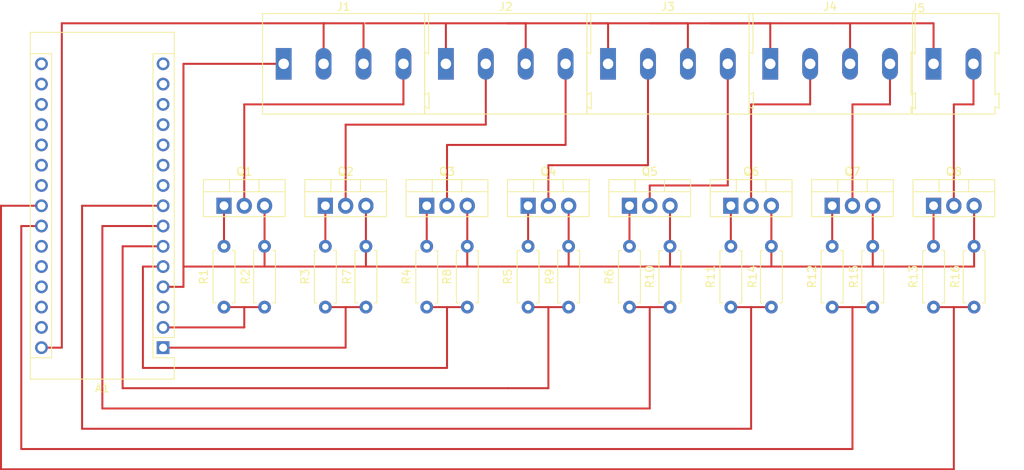
<source format=kicad_pcb>
(kicad_pcb (version 20211014) (generator pcbnew)
  (layers (0 "F.Cu" signal) (31 "B.Cu" signal) (34 "B.Paste" user) (35 "F.Paste" user) (36 "B.SilkS" user "B.Silkscreen") (37 "F.SilkS" user "F.Silkscreen") (38 "B.Mask" user) (39 "F.Mask" user) (44 "Edge.Cuts" user))
  (net 0 "")
  (net 1 "Net-(A1-Pad1)")
  (net 3 "GND")
  (net 4 "Net-(A1-Pad5)")
  (net 5 "Net-(A1-Pad6)")
  (net 6 "Net-(A1-Pad7)")
  (net 22 "Net-(A1-Pad30)")
  (net 23 "Net-(J1-Pad4)")
  (net 24 "Net-(J2-Pad2)")
  (net 25 "Net-(J2-Pad4)")
  (net 26 "Net-(J3-Pad2)")
  (net 27 "Net-(J3-Pad4)")
  (net 28 "Net-(J4-Pad2)")
  (net 29 "Net-(J4-Pad4)")
  (net 30 "Net-(J5-Pad2)")
  (net 31 "Net-(Q1-Pad1)")
  (net 32 "Net-(Q2-Pad1)")
  (net 33 "Net-(Q3-Pad1)")
  (net 34 "Net-(Q4-Pad1)")
  (net 35 "Net-(Q5-Pad1)")
  (net 36 "Net-(Q6-Pad1)")
  (net 37 "Net-(Q7-Pad1)")
  (net 38 "Net-(Q8-Pad1)")
  (net 39 "Net-(A1-Pad24)")
  (net 42 "Net-(A1-Pad2)")
  (net 43 "Net-(A1-Pad23)")
  (net 46 "Net-(A1-Pad8)")
  (footprint "Package_TO_SOT_THT:TO-220-3_Vertical" (layer "F.Cu") (at 193.04 60.96)
    (fp_text reference "Q6" (at 2.54 -4.27) (layer "F.SilkS"))
    (fp_text value "IRLZ34N")
    (fp_line (start 0.69 -3.27) (end 0.69 -1.76) (layer "F.SilkS") (width 0.12))
    (fp_line (start -2.58 -3.27) (end 7.66 -3.27) (layer "F.SilkS") (width 0.12))
    (fp_line (start 7.66 -3.27) (end 7.66 1.371) (layer "F.SilkS") (width 0.12))
    (fp_line (start 4.391 -3.27) (end 4.391 -1.76) (layer "F.SilkS") (width 0.12))
    (fp_line (start -2.58 -3.27) (end -2.58 1.371) (layer "F.SilkS") (width 0.12))
    (fp_line (start -2.58 -1.76) (end 7.66 -1.76) (layer "F.SilkS") (width 0.12))
    (fp_line (start -2.58 1.371) (end 7.66 1.371) (layer "F.SilkS") (width 0.12))
    (pad "1" thru_hole rect (at 0 0) (size 1.905 2) (drill 1.1) (layers *.Cu *.Mask) (net 36 "Net-(Q6-Pad1)"))
    (pad "2" thru_hole oval (at 2.54 0) (size 1.905 2) (drill 1.1) (layers *.Cu *.Mask) (net 28 "Net-(J4-Pad2)"))
    (pad "3" thru_hole oval (at 5.08 0) (size 1.905 2) (drill 1.1) (layers *.Cu *.Mask) (net 3 "GND"))
  )
  (footprint "Resistor_THT:R_Axial_DIN0207_L6.3mm_D2.5mm_P7.62mm_Horizontal" (layer "F.Cu") (at 185.42 73.66 90)
    (fp_text reference "R10" (at 3.81 -2.54 90) (layer "F.SilkS"))
    (fp_text value "100k")
    (fp_line (start 0.54 -1.04) (end 0.54 -1.37) (layer "F.SilkS") (width 0.12))
    (fp_line (start 7.08 1.37) (end 7.08 1.04) (layer "F.SilkS") (width 0.12))
    (fp_line (start 0.54 1.04) (end 0.54 1.37) (layer "F.SilkS") (width 0.12))
    (fp_line (start 0.54 1.37) (end 7.08 1.37) (layer "F.SilkS") (width 0.12))
    (fp_line (start 0.54 -1.37) (end 7.08 -1.37) (layer "F.SilkS") (width 0.12))
    (fp_line (start 7.08 -1.37) (end 7.08 -1.04) (layer "F.SilkS") (width 0.12))
    (pad "1" thru_hole circle (at 0 0 90) (size 1.6 1.6) (drill 0.8) (layers *.Cu *.Mask) (net 6 "Net-(A1-Pad7)"))
    (pad "2" thru_hole oval (at 7.62 0 90) (size 1.6 1.6) (drill 0.8) (layers *.Cu *.Mask) (net 3 "GND"))
  )
  (footprint "Package_TO_SOT_THT:TO-220-3_Vertical" (layer "F.Cu") (at 167.64 60.96)
    (fp_text reference "Q4" (at 2.54 -4.27) (layer "F.SilkS"))
    (fp_text value "IRLZ34N")
    (fp_line (start -2.58 -1.76) (end 7.66 -1.76) (layer "F.SilkS") (width 0.12))
    (fp_line (start -2.58 1.371) (end 7.66 1.371) (layer "F.SilkS") (width 0.12))
    (fp_line (start 4.391 -3.27) (end 4.391 -1.76) (layer "F.SilkS") (width 0.12))
    (fp_line (start -2.58 -3.27) (end 7.66 -3.27) (layer "F.SilkS") (width 0.12))
    (fp_line (start 0.69 -3.27) (end 0.69 -1.76) (layer "F.SilkS") (width 0.12))
    (fp_line (start -2.58 -3.27) (end -2.58 1.371) (layer "F.SilkS") (width 0.12))
    (fp_line (start 7.66 -3.27) (end 7.66 1.371) (layer "F.SilkS") (width 0.12))
    (pad "1" thru_hole rect (at 0 0) (size 1.905 2) (drill 1.1) (layers *.Cu *.Mask) (net 34 "Net-(Q4-Pad1)"))
    (pad "2" thru_hole oval (at 2.54 0) (size 1.905 2) (drill 1.1) (layers *.Cu *.Mask) (net 26 "Net-(J3-Pad2)"))
    (pad "3" thru_hole oval (at 5.08 0) (size 1.905 2) (drill 1.1) (layers *.Cu *.Mask) (net 3 "GND"))
  )
  (footprint "Resistor_THT:R_Axial_DIN0207_L6.3mm_D2.5mm_P7.62mm_Horizontal" (layer "F.Cu") (at 205.74 66.04 -90)
    (fp_text reference "R12" (at 3.81 2.54 90) (layer "F.SilkS"))
    (fp_text value "47k")
    (fp_line (start 0.54 -1.37) (end 7.08 -1.37) (layer "F.SilkS") (width 0.12))
    (fp_line (start 0.54 1.37) (end 7.08 1.37) (layer "F.SilkS") (width 0.12))
    (fp_line (start 7.08 -1.37) (end 7.08 -1.04) (layer "F.SilkS") (width 0.12))
    (fp_line (start 7.08 1.37) (end 7.08 1.04) (layer "F.SilkS") (width 0.12))
    (fp_line (start 0.54 1.04) (end 0.54 1.37) (layer "F.SilkS") (width 0.12))
    (fp_line (start 0.54 -1.04) (end 0.54 -1.37) (layer "F.SilkS") (width 0.12))
    (pad "1" thru_hole circle (at 0 0 270) (size 1.6 1.6) (drill 0.8) (layers *.Cu *.Mask) (net 37 "Net-(Q7-Pad1)"))
    (pad "2" thru_hole oval (at 7.62 0 270) (size 1.6 1.6) (drill 0.8) (layers *.Cu *.Mask) (net 39 "Net-(A1-Pad24)"))
  )
  (footprint "Package_TO_SOT_THT:TO-220-3_Vertical" (layer "F.Cu") (at 205.74 60.96)
    (fp_text reference "Q7" (at 2.54 -4.27) (layer "F.SilkS"))
    (fp_text value "IRLZ34N")
    (fp_line (start -2.58 -3.27) (end -2.58 1.371) (layer "F.SilkS") (width 0.12))
    (fp_line (start 0.69 -3.27) (end 0.69 -1.76) (layer "F.SilkS") (width 0.12))
    (fp_line (start -2.58 -1.76) (end 7.66 -1.76) (layer "F.SilkS") (width 0.12))
    (fp_line (start 4.391 -3.27) (end 4.391 -1.76) (layer "F.SilkS") (width 0.12))
    (fp_line (start -2.58 1.371) (end 7.66 1.371) (layer "F.SilkS") (width 0.12))
    (fp_line (start -2.58 -3.27) (end 7.66 -3.27) (layer "F.SilkS") (width 0.12))
    (fp_line (start 7.66 -3.27) (end 7.66 1.371) (layer "F.SilkS") (width 0.12))
    (pad "1" thru_hole rect (at 0 0) (size 1.905 2) (drill 1.1) (layers *.Cu *.Mask) (net 37 "Net-(Q7-Pad1)"))
    (pad "2" thru_hole oval (at 2.54 0) (size 1.905 2) (drill 1.1) (layers *.Cu *.Mask) (net 29 "Net-(J4-Pad4)"))
    (pad "3" thru_hole oval (at 5.08 0) (size 1.905 2) (drill 1.1) (layers *.Cu *.Mask) (net 3 "GND"))
  )
  (footprint "Resistor_THT:R_Axial_DIN0207_L6.3mm_D2.5mm_P7.62mm_Horizontal" (layer "F.Cu") (at 134.62 73.66 90)
    (fp_text reference "R2" (at 3.81 -2.37 90) (layer "F.SilkS"))
    (fp_text value "100k")
    (fp_line (start 7.08 -1.37) (end 7.08 -1.04) (layer "F.SilkS") (width 0.12))
    (fp_line (start 0.54 -1.37) (end 7.08 -1.37) (layer "F.SilkS") (width 0.12))
    (fp_line (start 0.54 1.04) (end 0.54 1.37) (layer "F.SilkS") (width 0.12))
    (fp_line (start 0.54 1.37) (end 7.08 1.37) (layer "F.SilkS") (width 0.12))
    (fp_line (start 7.08 1.37) (end 7.08 1.04) (layer "F.SilkS") (width 0.12))
    (fp_line (start 0.54 -1.04) (end 0.54 -1.37) (layer "F.SilkS") (width 0.12))
    (pad "1" thru_hole circle (at 0 0 90) (size 1.6 1.6) (drill 0.8) (layers *.Cu *.Mask) (net 42 "Net-(A1-Pad2)"))
    (pad "2" thru_hole oval (at 7.62 0 90) (size 1.6 1.6) (drill 0.8) (layers *.Cu *.Mask) (net 3 "GND"))
  )
  (footprint "Module:Arduino_Nano" (layer "F.Cu") (at 121.91 78.74 180)
    (fp_text reference "A1" (at 7.62 -5.08) (layer "F.SilkS"))
    (fp_text value "Arduino_Nano_v2.x")
    (fp_line (start 13.97 36.83) (end 16.64 36.83) (layer "F.SilkS") (width 0.12))
    (fp_line (start 1.27 36.83) (end -1.4 36.83) (layer "F.SilkS") (width 0.12))
    (fp_line (start -1.4 -3.94) (end -1.4 -1.27) (layer "F.SilkS") (width 0.12))
    (fp_line (start 1.27 -1.27) (end -1.4 -1.27) (layer "F.SilkS") (width 0.12))
    (fp_line (start -1.4 39.5) (end 16.64 39.5) (layer "F.SilkS") (width 0.12))
    (fp_line (start 16.64 39.5) (end 16.64 -3.94) (layer "F.SilkS") (width 0.12))
    (fp_line (start 16.64 -3.94) (end -1.4 -3.94) (layer "F.SilkS") (width 0.12))
    (fp_line (start -1.4 1.27) (end -1.4 39.5) (layer "F.SilkS") (width 0.12))
    (fp_line (start 1.27 1.27) (end 1.27 36.83) (layer "F.SilkS") (width 0.12))
    (fp_line (start 1.27 1.27) (end 1.27 -1.27) (layer "F.SilkS") (width 0.12))
    (fp_line (start 13.97 -1.27) (end 13.97 36.83) (layer "F.SilkS") (width 0.12))
    (fp_line (start 1.27 1.27) (end -1.4 1.27) (layer "F.SilkS") (width 0.12))
    (fp_line (start 13.97 -1.27) (end 16.64 -1.27) (layer "F.SilkS") (width 0.12))
    (pad "1" thru_hole rect (at 0 0 180) (size 1.6 1.6) (drill 1) (layers *.Cu *.Mask) (net 1 "Net-(A1-Pad1)"))
    (pad "2" thru_hole oval (at 0 2.54 180) (size 1.6 1.6) (drill 1) (layers *.Cu *.Mask) (net 42 "Net-(A1-Pad2)"))
    (pad "3" thru_hole oval (at 0 5.08 180) (size 1.6 1.6) (drill 1) (layers *.Cu *.Mask))
    (pad "4" thru_hole oval (at 0 7.62 180) (size 1.6 1.6) (drill 1) (layers *.Cu *.Mask) (net 3 "GND"))
    (pad "5" thru_hole oval (at 0 10.16 180) (size 1.6 1.6) (drill 1) (layers *.Cu *.Mask) (net 4 "Net-(A1-Pad5)"))
    (pad "6" thru_hole oval (at 0 12.7 180) (size 1.6 1.6) (drill 1) (layers *.Cu *.Mask) (net 5 "Net-(A1-Pad6)"))
    (pad "7" thru_hole oval (at 0 15.24 180) (size 1.6 1.6) (drill 1) (layers *.Cu *.Mask) (net 6 "Net-(A1-Pad7)"))
    (pad "8" thru_hole oval (at 0 17.78 180) (size 1.6 1.6) (drill 1) (layers *.Cu *.Mask) (net 46 "Net-(A1-Pad8)"))
    (pad "9" thru_hole oval (at 0 20.32 180) (size 1.6 1.6) (drill 1) (layers *.Cu *.Mask))
    (pad "10" thru_hole oval (at 0 22.86 180) (size 1.6 1.6) (drill 1) (layers *.Cu *.Mask))
    (pad "11" thru_hole oval (at 0 25.4 180) (size 1.6 1.6) (drill 1) (layers *.Cu *.Mask))
    (pad "12" thru_hole oval (at 0 27.94 180) (size 1.6 1.6) (drill 1) (layers *.Cu *.Mask))
    (pad "13" thru_hole oval (at 0 30.48 180) (size 1.6 1.6) (drill 1) (layers *.Cu *.Mask))
    (pad "14" thru_hole oval (at 0 33.02 180) (size 1.6 1.6) (drill 1) (layers *.Cu *.Mask))
    (pad "15" thru_hole oval (at 0 35.56 180) (size 1.6 1.6) (drill 1) (layers *.Cu *.Mask))
    (pad "16" thru_hole oval (at 15.24 35.56 180) (size 1.6 1.6) (drill 1) (layers *.Cu *.Mask))
    (pad "17" thru_hole oval (at 15.24 33.02 180) (size 1.6 1.6) (drill 1) (layers *.Cu *.Mask))
    (pad "18" thru_hole oval (at 15.24 30.48 180) (size 1.6 1.6) (drill 1) (layers *.Cu *.Mask))
    (pad "19" thru_hole oval (at 15.24 27.94 180) (size 1.6 1.6) (drill 1) (layers *.Cu *.Mask))
    (pad "20" thru_hole oval (at 15.24 25.4 180) (size 1.6 1.6) (drill 1) (layers *.Cu *.Mask))
    (pad "21" thru_hole oval (at 15.24 22.86 180) (size 1.6 1.6) (drill 1) (layers *.Cu *.Mask))
    (pad "22" thru_hole oval (at 15.24 20.32 180) (size 1.6 1.6) (drill 1) (layers *.Cu *.Mask))
    (pad "23" thru_hole oval (at 15.24 17.78 180) (size 1.6 1.6) (drill 1) (layers *.Cu *.Mask) (net 43 "Net-(A1-Pad23)"))
    (pad "24" thru_hole oval (at 15.24 15.24 180) (size 1.6 1.6) (drill 1) (layers *.Cu *.Mask) (net 39 "Net-(A1-Pad24)"))
    (pad "25" thru_hole oval (at 15.24 12.7 180) (size 1.6 1.6) (drill 1) (layers *.Cu *.Mask))
    (pad "26" thru_hole oval (at 15.24 10.16 180) (size 1.6 1.6) (drill 1) (layers *.Cu *.Mask))
    (pad "27" thru_hole oval (at 15.24 7.62 180) (size 1.6 1.6) (drill 1) (layers *.Cu *.Mask))
    (pad "28" thru_hole oval (at 15.24 5.08 180) (size 1.6 1.6) (drill 1) (layers *.Cu *.Mask))
    (pad "29" thru_hole oval (at 15.24 2.54 180) (size 1.6 1.6) (drill 1) (layers *.Cu *.Mask))
    (pad "30" thru_hole oval (at 15.24 0 180) (size 1.6 1.6) (drill 1) (layers *.Cu *.Mask) (net 22 "Net-(A1-Pad30)"))
  )
  (footprint "Package_TO_SOT_THT:TO-220-3_Vertical" (layer "F.Cu") (at 180.34 60.96)
    (fp_text reference "Q5" (at 2.54 -4.27) (layer "F.SilkS"))
    (fp_text value "IRLZ34N")
    (fp_line (start -2.58 -1.76) (end 7.66 -1.76) (layer "F.SilkS") (width 0.12))
    (fp_line (start 0.69 -3.27) (end 0.69 -1.76) (layer "F.SilkS") (width 0.12))
    (fp_line (start -2.58 1.371) (end 7.66 1.371) (layer "F.SilkS") (width 0.12))
    (fp_line (start -2.58 -3.27) (end -2.58 1.371) (layer "F.SilkS") (width 0.12))
    (fp_line (start 4.391 -3.27) (end 4.391 -1.76) (layer "F.SilkS") (width 0.12))
    (fp_line (start -2.58 -3.27) (end 7.66 -3.27) (layer "F.SilkS") (width 0.12))
    (fp_line (start 7.66 -3.27) (end 7.66 1.371) (layer "F.SilkS") (width 0.12))
    (pad "1" thru_hole rect (at 0 0) (size 1.905 2) (drill 1.1) (layers *.Cu *.Mask) (net 35 "Net-(Q5-Pad1)"))
    (pad "2" thru_hole oval (at 2.54 0) (size 1.905 2) (drill 1.1) (layers *.Cu *.Mask) (net 27 "Net-(J3-Pad4)"))
    (pad "3" thru_hole oval (at 5.08 0) (size 1.905 2) (drill 1.1) (layers *.Cu *.Mask) (net 3 "GND"))
  )
  (footprint "Resistor_THT:R_Axial_DIN0207_L6.3mm_D2.5mm_P7.62mm_Horizontal" (layer "F.Cu") (at 223.52 73.66 90)
    (fp_text reference "R16" (at 3.81 -2.37 90) (layer "F.SilkS"))
    (fp_text value "100k")
    (fp_line (start 0.54 1.37) (end 7.08 1.37) (layer "F.SilkS") (width 0.12))
    (fp_line (start 0.54 -1.37) (end 7.08 -1.37) (layer "F.SilkS") (width 0.12))
    (fp_line (start 7.08 1.37) (end 7.08 1.04) (layer "F.SilkS") (width 0.12))
    (fp_line (start 7.08 -1.37) (end 7.08 -1.04) (layer "F.SilkS") (width 0.12))
    (fp_line (start 0.54 -1.04) (end 0.54 -1.37) (layer "F.SilkS") (width 0.12))
    (fp_line (start 0.54 1.04) (end 0.54 1.37) (layer "F.SilkS") (width 0.12))
    (pad "1" thru_hole circle (at 0 0 90) (size 1.6 1.6) (drill 0.8) (layers *.Cu *.Mask) (net 43 "Net-(A1-Pad23)"))
    (pad "2" thru_hole oval (at 7.62 0 90) (size 1.6 1.6) (drill 0.8) (layers *.Cu *.Mask) (net 3 "GND"))
  )
  (footprint "Resistor_THT:R_Axial_DIN0207_L6.3mm_D2.5mm_P7.62mm_Horizontal" (layer "F.Cu") (at 210.82 73.66 90)
    (fp_text reference "R15" (at 3.81 -2.37 90) (layer "F.SilkS"))
    (fp_text value "100k")
    (fp_line (start 0.54 1.37) (end 7.08 1.37) (layer "F.SilkS") (width 0.12))
    (fp_line (start 0.54 1.04) (end 0.54 1.37) (layer "F.SilkS") (width 0.12))
    (fp_line (start 0.54 -1.37) (end 7.08 -1.37) (layer "F.SilkS") (width 0.12))
    (fp_line (start 0.54 -1.04) (end 0.54 -1.37) (layer "F.SilkS") (width 0.12))
    (fp_line (start 7.08 1.37) (end 7.08 1.04) (layer "F.SilkS") (width 0.12))
    (fp_line (start 7.08 -1.37) (end 7.08 -1.04) (layer "F.SilkS") (width 0.12))
    (pad "1" thru_hole circle (at 0 0 90) (size 1.6 1.6) (drill 0.8) (layers *.Cu *.Mask) (net 39 "Net-(A1-Pad24)"))
    (pad "2" thru_hole oval (at 7.62 0 90) (size 1.6 1.6) (drill 0.8) (layers *.Cu *.Mask) (net 3 "GND"))
  )
  (footprint "TerminalBlock:TerminalBlock_Altech_AK300-4_P5.00mm" (layer "F.Cu") (at 137.02 43.18)
    (fp_text reference "J1" (at 7.5 -7.15) (layer "F.SilkS"))
    (fp_text value "Screw_Terminal_01x04")
    (fp_line (start 17.65 5.35) (end 17.65 6.3) (layer "F.SilkS") (width 0.12))
    (fp_line (start 18.2 3.6) (end 18.2 5.65) (layer "F.SilkS") (width 0.12))
    (fp_line (start 17.65 -1.5) (end 17.65 3.9) (layer "F.SilkS") (width 0.12))
    (fp_line (start 18.15 -6.3) (end 18.15 -1.25) (layer "F.SilkS") (width 0.12))
    (fp_line (start 17.65 6.3) (end -2.65 6.3) (layer "F.SilkS") (width 0.12))
    (fp_line (start -2.65 -6.3) (end 18.15 -6.3) (layer "F.SilkS") (width 0.12))
    (fp_line (start 17.65 3.9) (end 18.2 3.6) (layer "F.SilkS") (width 0.12))
    (fp_line (start 18.2 5.65) (end 17.65 5.35) (layer "F.SilkS") (width 0.12))
    (fp_line (start 18.15 -1.25) (end 17.65 -1.5) (layer "F.SilkS") (width 0.12))
    (fp_line (start -2.65 6.3) (end -2.65 -6.3) (layer "F.SilkS") (width 0.12))
    (pad "1" thru_hole rect (at 0 0) (size 1.98 3.96) (drill 1.32) (layers *.Cu *.Mask) (net 3 "GND"))
    (pad "2" thru_hole oval (at 5 0) (size 1.98 3.96) (drill 1.32) (layers *.Cu *.Mask) (net 22 "Net-(A1-Pad30)"))
    (pad "3" thru_hole oval (at 10 0) (size 1.98 3.96) (drill 1.32) (layers *.Cu *.Mask) (net 22 "Net-(A1-Pad30)"))
    (pad "4" thru_hole oval (at 15 0) (size 1.98 3.96) (drill 1.32) (layers *.Cu *.Mask) (net 23 "Net-(J1-Pad4)"))
  )
  (footprint "TerminalBlock:TerminalBlock_Altech_AK300-4_P5.00mm" (layer "F.Cu") (at 177.66 43.18)
    (fp_text reference "J3" (at 7.5 -7.15) (layer "F.SilkS"))
    (fp_text value "Screw_Terminal_01x04")
    (fp_line (start -2.65 6.3) (end -2.65 -6.3) (layer "F.SilkS") (width 0.12))
    (fp_line (start 18.2 3.6) (end 18.2 5.65) (layer "F.SilkS") (width 0.12))
    (fp_line (start 17.65 6.3) (end -2.65 6.3) (layer "F.SilkS") (width 0.12))
    (fp_line (start -2.65 -6.3) (end 18.15 -6.3) (layer "F.SilkS") (width 0.12))
    (fp_line (start 17.65 5.35) (end 17.65 6.3) (layer "F.SilkS") (width 0.12))
    (fp_line (start 18.2 5.65) (end 17.65 5.35) (layer "F.SilkS") (width 0.12))
    (fp_line (start 18.15 -6.3) (end 18.15 -1.25) (layer "F.SilkS") (width 0.12))
    (fp_line (start 17.65 -1.5) (end 17.65 3.9) (layer "F.SilkS") (width 0.12))
    (fp_line (start 18.15 -1.25) (end 17.65 -1.5) (layer "F.SilkS") (width 0.12))
    (fp_line (start 17.65 3.9) (end 18.2 3.6) (layer "F.SilkS") (width 0.12))
    (pad "1" thru_hole rect (at 0 0) (size 1.98 3.96) (drill 1.32) (layers *.Cu *.Mask) (net 22 "Net-(A1-Pad30)"))
    (pad "2" thru_hole oval (at 5 0) (size 1.98 3.96) (drill 1.32) (layers *.Cu *.Mask) (net 26 "Net-(J3-Pad2)"))
    (pad "3" thru_hole oval (at 10 0) (size 1.98 3.96) (drill 1.32) (layers *.Cu *.Mask) (net 22 "Net-(A1-Pad30)"))
    (pad "4" thru_hole oval (at 15 0) (size 1.98 3.96) (drill 1.32) (layers *.Cu *.Mask) (net 27 "Net-(J3-Pad4)"))
  )
  (footprint "Package_TO_SOT_THT:TO-220-3_Vertical" (layer "F.Cu") (at 218.44 60.96)
    (fp_text reference "Q8" (at 2.54 -4.27) (layer "F.SilkS"))
    (fp_text value "IRLZ34N")
    (fp_line (start 7.66 -3.27) (end 7.66 1.371) (layer "F.SilkS") (width 0.12))
    (fp_line (start 0.69 -3.27) (end 0.69 -1.76) (layer "F.SilkS") (width 0.12))
    (fp_line (start -2.58 -1.76) (end 7.66 -1.76) (layer "F.SilkS") (width 0.12))
    (fp_line (start -2.58 -3.27) (end -2.58 1.371) (layer "F.SilkS") (width 0.12))
    (fp_line (start 4.391 -3.27) (end 4.391 -1.76) (layer "F.SilkS") (width 0.12))
    (fp_line (start -2.58 1.371) (end 7.66 1.371) (layer "F.SilkS") (width 0.12))
    (fp_line (start -2.58 -3.27) (end 7.66 -3.27) (layer "F.SilkS") (width 0.12))
    (pad "1" thru_hole rect (at 0 0) (size 1.905 2) (drill 1.1) (layers *.Cu *.Mask) (net 38 "Net-(Q8-Pad1)"))
    (pad "2" thru_hole oval (at 2.54 0) (size 1.905 2) (drill 1.1) (layers *.Cu *.Mask) (net 30 "Net-(J5-Pad2)"))
    (pad "3" thru_hole oval (at 5.08 0) (size 1.905 2) (drill 1.1) (layers *.Cu *.Mask) (net 3 "GND"))
  )
  (footprint "Resistor_THT:R_Axial_DIN0207_L6.3mm_D2.5mm_P7.62mm_Horizontal" (layer "F.Cu") (at 154.94 66.04 -90)
    (fp_text reference "R4" (at 3.81 2.54 90) (layer "F.SilkS"))
    (fp_text value "47k")
    (fp_line (start 7.08 -1.37) (end 7.08 -1.04) (layer "F.SilkS") (width 0.12))
    (fp_line (start 0.54 -1.04) (end 0.54 -1.37) (layer "F.SilkS") (width 0.12))
    (fp_line (start 0.54 1.04) (end 0.54 1.37) (layer "F.SilkS") (width 0.12))
    (fp_line (start 7.08 1.37) (end 7.08 1.04) (layer "F.SilkS") (width 0.12))
    (fp_line (start 0.54 1.37) (end 7.08 1.37) (layer "F.SilkS") (width 0.12))
    (fp_line (start 0.54 -1.37) (end 7.08 -1.37) (layer "F.SilkS") (width 0.12))
    (pad "1" thru_hole circle (at 0 0 270) (size 1.6 1.6) (drill 0.8) (layers *.Cu *.Mask) (net 33 "Net-(Q3-Pad1)"))
    (pad "2" thru_hole oval (at 7.62 0 270) (size 1.6 1.6) (drill 0.8) (layers *.Cu *.Mask) (net 4 "Net-(A1-Pad5)"))
  )
  (footprint "Resistor_THT:R_Axial_DIN0207_L6.3mm_D2.5mm_P7.62mm_Horizontal" (layer "F.Cu") (at 198.12 73.66 90)
    (fp_text reference "R14" (at 3.81 -2.37 90) (layer "F.SilkS"))
    (fp_text value "100k")
    (fp_line (start 7.08 -1.37) (end 7.08 -1.04) (layer "F.SilkS") (width 0.12))
    (fp_line (start 0.54 -1.04) (end 0.54 -1.37) (layer "F.SilkS") (width 0.12))
    (fp_line (start 7.08 1.37) (end 7.08 1.04) (layer "F.SilkS") (width 0.12))
    (fp_line (start 0.54 -1.37) (end 7.08 -1.37) (layer "F.SilkS") (width 0.12))
    (fp_line (start 0.54 1.04) (end 0.54 1.37) (layer "F.SilkS") (width 0.12))
    (fp_line (start 0.54 1.37) (end 7.08 1.37) (layer "F.SilkS") (width 0.12))
    (pad "1" thru_hole circle (at 0 0 90) (size 1.6 1.6) (drill 0.8) (layers *.Cu *.Mask) (net 46 "Net-(A1-Pad8)"))
    (pad "2" thru_hole oval (at 7.62 0 90) (size 1.6 1.6) (drill 0.8) (layers *.Cu *.Mask) (net 3 "GND"))
  )
  (footprint "Resistor_THT:R_Axial_DIN0207_L6.3mm_D2.5mm_P7.62mm_Horizontal" (layer "F.Cu") (at 193.04 66.04 -90)
    (fp_text reference "R11" (at 3.81 2.54 90) (layer "F.SilkS"))
    (fp_text value "47k")
    (fp_line (start 0.54 -1.37) (end 7.08 -1.37) (layer "F.SilkS") (width 0.12))
    (fp_line (start 0.54 -1.04) (end 0.54 -1.37) (layer "F.SilkS") (width 0.12))
    (fp_line (start 7.08 1.37) (end 7.08 1.04) (layer "F.SilkS") (width 0.12))
    (fp_line (start 0.54 1.04) (end 0.54 1.37) (layer "F.SilkS") (width 0.12))
    (fp_line (start 7.08 -1.37) (end 7.08 -1.04) (layer "F.SilkS") (width 0.12))
    (fp_line (start 0.54 1.37) (end 7.08 1.37) (layer "F.SilkS") (width 0.12))
    (pad "1" thru_hole circle (at 0 0 270) (size 1.6 1.6) (drill 0.8) (layers *.Cu *.Mask) (net 36 "Net-(Q6-Pad1)"))
    (pad "2" thru_hole oval (at 7.62 0 270) (size 1.6 1.6) (drill 0.8) (layers *.Cu *.Mask) (net 46 "Net-(A1-Pad8)"))
  )
  (footprint "Package_TO_SOT_THT:TO-220-3_Vertical" (layer "F.Cu") (at 154.94 60.96)
    (fp_text reference "Q3" (at 2.54 -4.27) (layer "F.SilkS"))
    (fp_text value "IRLZ34N")
    (fp_line (start -2.58 -1.76) (end 7.66 -1.76) (layer "F.SilkS") (width 0.12))
    (fp_line (start -2.58 -3.27) (end -2.58 1.371) (layer "F.SilkS") (width 0.12))
    (fp_line (start 0.69 -3.27) (end 0.69 -1.76) (layer "F.SilkS") (width 0.12))
    (fp_line (start -2.58 -3.27) (end 7.66 -3.27) (layer "F.SilkS") (width 0.12))
    (fp_line (start 4.391 -3.27) (end 4.391 -1.76) (layer "F.SilkS") (width 0.12))
    (fp_line (start 7.66 -3.27) (end 7.66 1.371) (layer "F.SilkS") (width 0.12))
    (fp_line (start -2.58 1.371) (end 7.66 1.371) (layer "F.SilkS") (width 0.12))
    (pad "1" thru_hole rect (at 0 0) (size 1.905 2) (drill 1.1) (layers *.Cu *.Mask) (net 33 "Net-(Q3-Pad1)"))
    (pad "2" thru_hole oval (at 2.54 0) (size 1.905 2) (drill 1.1) (layers *.Cu *.Mask) (net 25 "Net-(J2-Pad4)"))
    (pad "3" thru_hole oval (at 5.08 0) (size 1.905 2) (drill 1.1) (layers *.Cu *.Mask) (net 3 "GND"))
  )
  (footprint "Resistor_THT:R_Axial_DIN0207_L6.3mm_D2.5mm_P7.62mm_Horizontal" (layer "F.Cu") (at 129.54 66.04 -90)
    (fp_text reference "R1" (at 3.81 2.54 90) (layer "F.SilkS"))
    (fp_text value "47k")
    (fp_line (start 0.54 1.37) (end 7.08 1.37) (layer "F.SilkS") (width 0.12))
    (fp_line (start 0.54 -1.04) (end 0.54 -1.37) (layer "F.SilkS") (width 0.12))
    (fp_line (start 7.08 1.37) (end 7.08 1.04) (layer "F.SilkS") (width 0.12))
    (fp_line (start 0.54 1.04) (end 0.54 1.37) (layer "F.SilkS") (width 0.12))
    (fp_line (start 0.54 -1.37) (end 7.08 -1.37) (layer "F.SilkS") (width 0.12))
    (fp_line (start 7.08 -1.37) (end 7.08 -1.04) (layer "F.SilkS") (width 0.12))
    (pad "1" thru_hole circle (at 0 0 270) (size 1.6 1.6) (drill 0.8) (layers *.Cu *.Mask) (net 31 "Net-(Q1-Pad1)"))
    (pad "2" thru_hole oval (at 7.62 0 270) (size 1.6 1.6) (drill 0.8) (layers *.Cu *.Mask) (net 42 "Net-(A1-Pad2)"))
  )
  (footprint "TerminalBlock:TerminalBlock_Altech_AK300-4_P5.00mm" (layer "F.Cu") (at 197.98 43.18)
    (fp_text reference "J4" (at 7.5 -7.15) (layer "F.SilkS"))
    (fp_text value "Screw_Terminal_01x04")
    (fp_line (start 18.15 -1.25) (end 17.65 -1.5) (layer "F.SilkS") (width 0.12))
    (fp_line (start 18.2 5.65) (end 17.65 5.35) (layer "F.SilkS") (width 0.12))
    (fp_line (start 18.15 -6.3) (end 18.15 -1.25) (layer "F.SilkS") (width 0.12))
    (fp_line (start 18.2 3.6) (end 18.2 5.65) (layer "F.SilkS") (width 0.12))
    (fp_line (start -2.65 -6.3) (end 18.15 -6.3) (layer "F.SilkS") (width 0.12))
    (fp_line (start 17.65 -1.5) (end 17.65 3.9) (layer "F.SilkS") (width 0.12))
    (fp_line (start 17.65 6.3) (end -2.65 6.3) (layer "F.SilkS") (width 0.12))
    (fp_line (start -2.65 6.3) (end -2.65 -6.3) (layer "F.SilkS") (width 0.12))
    (fp_line (start 17.65 5.35) (end 17.65 6.3) (layer "F.SilkS") (width 0.12))
    (fp_line (start 17.65 3.9) (end 18.2 3.6) (layer "F.SilkS") (width 0.12))
    (pad "1" thru_hole rect (at 0 0) (size 1.98 3.96) (drill 1.32) (layers *.Cu *.Mask) (net 22 "Net-(A1-Pad30)"))
    (pad "2" thru_hole oval (at 5 0) (size 1.98 3.96) (drill 1.32) (layers *.Cu *.Mask) (net 28 "Net-(J4-Pad2)"))
    (pad "3" thru_hole oval (at 10 0) (size 1.98 3.96) (drill 1.32) (layers *.Cu *.Mask) (net 22 "Net-(A1-Pad30)"))
    (pad "4" thru_hole oval (at 15 0) (size 1.98 3.96) (drill 1.32) (layers *.Cu *.Mask) (net 29 "Net-(J4-Pad4)"))
  )
  (footprint "Resistor_THT:R_Axial_DIN0207_L6.3mm_D2.5mm_P7.62mm_Horizontal" (layer "F.Cu") (at 160.02 73.66 90)
    (fp_text reference "R8" (at 3.81 -2.54 90) (layer "F.SilkS"))
    (fp_text value "100k")
    (fp_line (start 7.08 1.37) (end 7.08 1.04) (layer "F.SilkS") (width 0.12))
    (fp_line (start 0.54 1.04) (end 0.54 1.37) (layer "F.SilkS") (width 0.12))
    (fp_line (start 0.54 1.37) (end 7.08 1.37) (layer "F.SilkS") (width 0.12))
    (fp_line (start 7.08 -1.37) (end 7.08 -1.04) (layer "F.SilkS") (width 0.12))
    (fp_line (start 0.54 -1.04) (end 0.54 -1.37) (layer "F.SilkS") (width 0.12))
    (fp_line (start 0.54 -1.37) (end 7.08 -1.37) (layer "F.SilkS") (width 0.12))
    (pad "1" thru_hole circle (at 0 0 90) (size 1.6 1.6) (drill 0.8) (layers *.Cu *.Mask) (net 4 "Net-(A1-Pad5)"))
    (pad "2" thru_hole oval (at 7.62 0 90) (size 1.6 1.6) (drill 0.8) (layers *.Cu *.Mask) (net 3 "GND"))
  )
  (footprint "Resistor_THT:R_Axial_DIN0207_L6.3mm_D2.5mm_P7.62mm_Horizontal" (layer "F.Cu") (at 172.72 73.66 90)
    (fp_text reference "R9" (at 3.81 -2.37 90) (layer "F.SilkS"))
    (fp_text value "100k")
    (fp_line (start 0.54 -1.04) (end 0.54 -1.37) (layer "F.SilkS") (width 0.12))
    (fp_line (start 7.08 -1.37) (end 7.08 -1.04) (layer "F.SilkS") (width 0.12))
    (fp_line (start 0.54 1.37) (end 7.08 1.37) (layer "F.SilkS") (width 0.12))
    (fp_line (start 0.54 1.04) (end 0.54 1.37) (layer "F.SilkS") (width 0.12))
    (fp_line (start 7.08 1.37) (end 7.08 1.04) (layer "F.SilkS") (width 0.12))
    (fp_line (start 0.54 -1.37) (end 7.08 -1.37) (layer "F.SilkS") (width 0.12))
    (pad "1" thru_hole circle (at 0 0 90) (size 1.6 1.6) (drill 0.8) (layers *.Cu *.Mask) (net 5 "Net-(A1-Pad6)"))
    (pad "2" thru_hole oval (at 7.62 0 90) (size 1.6 1.6) (drill 0.8) (layers *.Cu *.Mask) (net 3 "GND"))
  )
  (footprint "TerminalBlock:TerminalBlock_Altech_AK300-4_P5.00mm" (layer "F.Cu") (at 157.34 43.18)
    (fp_text reference "J2" (at 7.5 -7.15) (layer "F.SilkS"))
    (fp_text value "Screw_Terminal_01x04")
    (fp_line (start -2.65 6.3) (end -2.65 -6.3) (layer "F.SilkS") (width 0.12))
    (fp_line (start 17.65 6.3) (end -2.65 6.3) (layer "F.SilkS") (width 0.12))
    (fp_line (start -2.65 -6.3) (end 18.15 -6.3) (layer "F.SilkS") (width 0.12))
    (fp_line (start 18.15 -1.25) (end 17.65 -1.5) (layer "F.SilkS") (width 0.12))
    (fp_line (start 18.2 5.65) (end 17.65 5.35) (layer "F.SilkS") (width 0.12))
    (fp_line (start 17.65 5.35) (end 17.65 6.3) (layer "F.SilkS") (width 0.12))
    (fp_line (start 18.2 3.6) (end 18.2 5.65) (layer "F.SilkS") (width 0.12))
    (fp_line (start 17.65 -1.5) (end 17.65 3.9) (layer "F.SilkS") (width 0.12))
    (fp_line (start 18.15 -6.3) (end 18.15 -1.25) (layer "F.SilkS") (width 0.12))
    (fp_line (start 17.65 3.9) (end 18.2 3.6) (layer "F.SilkS") (width 0.12))
    (pad "1" thru_hole rect (at 0 0) (size 1.98 3.96) (drill 1.32) (layers *.Cu *.Mask) (net 22 "Net-(A1-Pad30)"))
    (pad "2" thru_hole oval (at 5 0) (size 1.98 3.96) (drill 1.32) (layers *.Cu *.Mask) (net 24 "Net-(J2-Pad2)"))
    (pad "3" thru_hole oval (at 10 0) (size 1.98 3.96) (drill 1.32) (layers *.Cu *.Mask) (net 22 "Net-(A1-Pad30)"))
    (pad "4" thru_hole oval (at 15 0) (size 1.98 3.96) (drill 1.32) (layers *.Cu *.Mask) (net 25 "Net-(J2-Pad4)"))
  )
  (footprint "TerminalBlock:TerminalBlock_Altech_AK300-2_P5.00mm" (layer "F.Cu") (at 218.44 43.18)
    (fp_text reference "J5" (at -1.92 -6.99) (layer "F.SilkS"))
    (fp_text value "Screw_Terminal_01x02")
    (fp_line (start 7.7 -1.5) (end 8.2 -1.2) (layer "F.SilkS") (width 0.12))
    (fp_line (start -2.65 6.3) (end 7.7 6.3) (layer "F.SilkS") (width 0.12))
    (fp_line (start 7.7 5.35) (end 8.2 5.6) (layer "F.SilkS") (width 0.12))
    (fp_line (start 8.2 5.6) (end 8.2 3.7) (layer "F.SilkS") (width 0.12))
    (fp_line (start 7.7 6.3) (end 7.7 5.35) (layer "F.SilkS") (width 0.12))
    (fp_line (start 8.2 -6.3) (end -2.65 -6.3) (layer "F.SilkS") (width 0.12))
    (fp_line (start 8.2 3.7) (end 8.2 3.65) (layer "F.SilkS") (width 0.12))
    (fp_line (start 8.2 -1.2) (end 8.2 -6.3) (layer "F.SilkS") (width 0.12))
    (fp_line (start 8.2 3.65) (end 7.7 3.9) (layer "F.SilkS") (width 0.12))
    (fp_line (start 7.7 3.9) (end 7.7 -1.5) (layer "F.SilkS") (width 0.12))
    (fp_line (start -2.65 -6.3) (end -2.65 6.3) (layer "F.SilkS") (width 0.12))
    (pad "1" thru_hole rect (at 0 0) (size 1.98 3.96) (drill 1.32) (layers *.Cu *.Mask) (net 22 "Net-(A1-Pad30)"))
    (pad "2" thru_hole oval (at 5 0) (size 1.98 3.96) (drill 1.32) (layers *.Cu *.Mask) (net 30 "Net-(J5-Pad2)"))
  )
  (footprint "Resistor_THT:R_Axial_DIN0207_L6.3mm_D2.5mm_P7.62mm_Horizontal" (layer "F.Cu") (at 218.44 66.04 -90)
    (fp_text reference "R13" (at 3.81 2.54 90) (layer "F.SilkS"))
    (fp_text value "47k")
    (fp_line (start 7.08 -1.37) (end 7.08 -1.04) (layer "F.SilkS") (width 0.12))
    (fp_line (start 0.54 1.37) (end 7.08 1.37) (layer "F.SilkS") (width 0.12))
    (fp_line (start 0.54 -1.37) (end 7.08 -1.37) (layer "F.SilkS") (width 0.12))
    (fp_line (start 7.08 1.37) (end 7.08 1.04) (layer "F.SilkS") (width 0.12))
    (fp_line (start 0.54 -1.04) (end 0.54 -1.37) (layer "F.SilkS") (width 0.12))
    (fp_line (start 0.54 1.04) (end 0.54 1.37) (layer "F.SilkS") (width 0.12))
    (pad "1" thru_hole circle (at 0 0 270) (size 1.6 1.6) (drill 0.8) (layers *.Cu *.Mask) (net 38 "Net-(Q8-Pad1)"))
    (pad "2" thru_hole oval (at 7.62 0 270) (size 1.6 1.6) (drill 0.8) (layers *.Cu *.Mask) (net 43 "Net-(A1-Pad23)"))
  )
  (footprint "Resistor_THT:R_Axial_DIN0207_L6.3mm_D2.5mm_P7.62mm_Horizontal" (layer "F.Cu") (at 142.24 66.04 -90)
    (fp_text reference "R3" (at 3.81 2.54 90) (layer "F.SilkS"))
    (fp_text value "47k")
    (fp_line (start 0.54 -1.04) (end 0.54 -1.37) (layer "F.SilkS") (width 0.12))
    (fp_line (start 7.08 -1.37) (end 7.08 -1.04) (layer "F.SilkS") (width 0.12))
    (fp_line (start 7.08 1.37) (end 7.08 1.04) (layer "F.SilkS") (width 0.12))
    (fp_line (start 0.54 -1.37) (end 7.08 -1.37) (layer "F.SilkS") (width 0.12))
    (fp_line (start 0.54 1.37) (end 7.08 1.37) (layer "F.SilkS") (width 0.12))
    (fp_line (start 0.54 1.04) (end 0.54 1.37) (layer "F.SilkS") (width 0.12))
    (pad "1" thru_hole circle (at 0 0 270) (size 1.6 1.6) (drill 0.8) (layers *.Cu *.Mask) (net 32 "Net-(Q2-Pad1)"))
    (pad "2" thru_hole oval (at 7.62 0 270) (size 1.6 1.6) (drill 0.8) (layers *.Cu *.Mask) (net 1 "Net-(A1-Pad1)"))
  )
  (footprint "Package_TO_SOT_THT:TO-220-3_Vertical" (layer "F.Cu") (at 142.24 60.96)
    (fp_text reference "Q2" (at 2.54 -4.27) (layer "F.SilkS"))
    (fp_text value "IRLZ34N")
    (fp_line (start 7.66 -3.27) (end 7.66 1.371) (layer "F.SilkS") (width 0.12))
    (fp_line (start 0.69 -3.27) (end 0.69 -1.76) (layer "F.SilkS") (width 0.12))
    (fp_line (start 4.391 -3.27) (end 4.391 -1.76) (layer "F.SilkS") (width 0.12))
    (fp_line (start -2.58 -3.27) (end 7.66 -3.27) (layer "F.SilkS") (width 0.12))
    (fp_line (start -2.58 -1.76) (end 7.66 -1.76) (layer "F.SilkS") (width 0.12))
    (fp_line (start -2.58 -3.27) (end -2.58 1.371) (layer "F.SilkS") (width 0.12))
    (fp_line (start -2.58 1.371) (end 7.66 1.371) (layer "F.SilkS") (width 0.12))
    (pad "1" thru_hole rect (at 0 0) (size 1.905 2) (drill 1.1) (layers *.Cu *.Mask) (net 32 "Net-(Q2-Pad1)"))
    (pad "2" thru_hole oval (at 2.54 0) (size 1.905 2) (drill 1.1) (layers *.Cu *.Mask) (net 24 "Net-(J2-Pad2)"))
    (pad "3" thru_hole oval (at 5.08 0) (size 1.905 2) (drill 1.1) (layers *.Cu *.Mask) (net 3 "GND"))
  )
  (footprint "Resistor_THT:R_Axial_DIN0207_L6.3mm_D2.5mm_P7.62mm_Horizontal" (layer "F.Cu") (at 147.32 73.66 90)
    (fp_text reference "R7" (at 3.81 -2.37 90) (layer "F.SilkS"))
    (fp_text value "100k")
    (fp_line (start 7.08 1.37) (end 7.08 1.04) (layer "F.SilkS") (width 0.12))
    (fp_line (start 0.54 -1.04) (end 0.54 -1.37) (layer "F.SilkS") (width 0.12))
    (fp_line (start 0.54 1.37) (end 7.08 1.37) (layer "F.SilkS") (width 0.12))
    (fp_line (start 7.08 -1.37) (end 7.08 -1.04) (layer "F.SilkS") (width 0.12))
    (fp_line (start 0.54 -1.37) (end 7.08 -1.37) (layer "F.SilkS") (width 0.12))
    (fp_line (start 0.54 1.04) (end 0.54 1.37) (layer "F.SilkS") (width 0.12))
    (pad "1" thru_hole circle (at 0 0 90) (size 1.6 1.6) (drill 0.8) (layers *.Cu *.Mask) (net 1 "Net-(A1-Pad1)"))
    (pad "2" thru_hole oval (at 7.62 0 90) (size 1.6 1.6) (drill 0.8) (layers *.Cu *.Mask) (net 3 "GND"))
  )
  (footprint "Resistor_THT:R_Axial_DIN0207_L6.3mm_D2.5mm_P7.62mm_Horizontal" (layer "F.Cu") (at 180.34 66.04 -90)
    (fp_text reference "R6" (at 3.81 2.54 90) (layer "F.SilkS"))
    (fp_text value "47k")
    (fp_line (start 0.54 -1.04) (end 0.54 -1.37) (layer "F.SilkS") (width 0.12))
    (fp_line (start 0.54 1.37) (end 7.08 1.37) (layer "F.SilkS") (width 0.12))
    (fp_line (start 7.08 -1.37) (end 7.08 -1.04) (layer "F.SilkS") (width 0.12))
    (fp_line (start 0.54 1.04) (end 0.54 1.37) (layer "F.SilkS") (width 0.12))
    (fp_line (start 0.54 -1.37) (end 7.08 -1.37) (layer "F.SilkS") (width 0.12))
    (fp_line (start 7.08 1.37) (end 7.08 1.04) (layer "F.SilkS") (width 0.12))
    (pad "1" thru_hole circle (at 0 0 270) (size 1.6 1.6) (drill 0.8) (layers *.Cu *.Mask) (net 35 "Net-(Q5-Pad1)"))
    (pad "2" thru_hole oval (at 7.62 0 270) (size 1.6 1.6) (drill 0.8) (layers *.Cu *.Mask) (net 6 "Net-(A1-Pad7)"))
  )
  (footprint "Package_TO_SOT_THT:TO-220-3_Vertical" (layer "F.Cu") (at 129.54 60.96)
    (fp_text reference "Q1" (at 2.54 -4.27) (layer "F.SilkS"))
    (fp_text value "IRLZ34N")
    (fp_line (start -2.58 1.371) (end 7.66 1.371) (layer "F.SilkS") (width 0.12))
    (fp_line (start -2.58 -1.76) (end 7.66 -1.76) (layer "F.SilkS") (width 0.12))
    (fp_line (start 7.66 -3.27) (end 7.66 1.371) (layer "F.SilkS") (width 0.12))
    (fp_line (start 0.69 -3.27) (end 0.69 -1.76) (layer "F.SilkS") (width 0.12))
    (fp_line (start -2.58 -3.27) (end -2.58 1.371) (layer "F.SilkS") (width 0.12))
    (fp_line (start 4.391 -3.27) (end 4.391 -1.76) (layer "F.SilkS") (width 0.12))
    (fp_line (start -2.58 -3.27) (end 7.66 -3.27) (layer "F.SilkS") (width 0.12))
    (pad "1" thru_hole rect (at 0 0) (size 1.905 2) (drill 1.1) (layers *.Cu *.Mask) (net 31 "Net-(Q1-Pad1)"))
    (pad "2" thru_hole oval (at 2.54 0) (size 1.905 2) (drill 1.1) (layers *.Cu *.Mask) (net 23 "Net-(J1-Pad4)"))
    (pad "3" thru_hole oval (at 5.08 0) (size 1.905 2) (drill 1.1) (layers *.Cu *.Mask) (net 3 "GND"))
  )
  (footprint "Resistor_THT:R_Axial_DIN0207_L6.3mm_D2.5mm_P7.62mm_Horizontal" (layer "F.Cu") (at 167.64 66.04 -90)
    (fp_text reference "R5" (at 3.81 2.54 90) (layer "F.SilkS"))
    (fp_text value "47k")
    (fp_line (start 0.54 1.04) (end 0.54 1.37) (layer "F.SilkS") (width 0.12))
    (fp_line (start 7.08 1.37) (end 7.08 1.04) (layer "F.SilkS") (width 0.12))
    (fp_line (start 7.08 -1.37) (end 7.08 -1.04) (layer "F.SilkS") (width 0.12))
    (fp_line (start 0.54 -1.37) (end 7.08 -1.37) (layer "F.SilkS") (width 0.12))
    (fp_line (start 0.54 1.37) (end 7.08 1.37) (layer "F.SilkS") (width 0.12))
    (fp_line (start 0.54 -1.04) (end 0.54 -1.37) (layer "F.SilkS") (width 0.12))
    (pad "1" thru_hole circle (at 0 0 270) (size 1.6 1.6) (drill 0.8) (layers *.Cu *.Mask) (net 34 "Net-(Q4-Pad1)"))
    (pad "2" thru_hole oval (at 7.62 0 270) (size 1.6 1.6) (drill 0.8) (layers *.Cu *.Mask) (net 5 "Net-(A1-Pad6)"))
  )
  (segment (start 144.78 78.74) (end 144.78 73.66) (width 0.25) (layer "F.Cu") (net 1))
  (segment (start 142.24 73.66) (end 144.78 73.66) (width 0.25) (layer "F.Cu") (net 1))
  (segment (start 144.78 73.66) (end 147.32 73.66) (width 0.25) (layer "F.Cu") (net 1))
  (segment (start 121.91 78.74) (end 144.78 78.74) (width 0.25) (layer "F.Cu") (net 1))
  (segment (start 198.12 66.04) (end 198.12 68.58) (width 0.25) (layer "F.Cu") (net 3))
  (segment (start 160.02 60.96) (end 160.02 66.04) (width 0.25) (layer "F.Cu") (net 3))
  (segment (start 124.46 71.12) (end 121.91 71.12) (width 0.25) (layer "F.Cu") (net 3))
  (segment (start 172.72 60.96) (end 172.72 66.04) (width 0.25) (layer "F.Cu") (net 3))
  (segment (start 185.42 66.04) (end 185.42 68.58) (width 0.25) (layer "F.Cu") (net 3))
  (segment (start 210.82 60.96) (end 210.82 66.04) (width 0.25) (layer "F.Cu") (net 3))
  (segment (start 137.02 43.18) (end 124.46 43.18) (width 0.25) (layer "F.Cu") (net 3))
  (segment (start 198.12 60.96) (end 198.12 66.04) (width 0.25) (layer "F.Cu") (net 3))
  (segment (start 172.72 66.04) (end 172.72 68.58) (width 0.25) (layer "F.Cu") (net 3))
  (segment (start 124.46 68.58) (end 124.46 71.12) (width 0.25) (layer "F.Cu") (net 3))
  (segment (start 160.02 66.04) (end 160.02 68.58) (width 0.25) (layer "F.Cu") (net 3))
  (segment (start 147.32 60.96) (end 147.32 66.04) (width 0.25) (layer "F.Cu") (net 3))
  (segment (start 124.46 68.58) (end 223.52 68.58) (width 0.25) (layer "F.Cu") (net 3))
  (segment (start 134.62 60.96) (end 134.62 66.04) (width 0.25) (layer "F.Cu") (net 3))
  (segment (start 223.52 60.96) (end 223.52 66.04) (width 0.25) (layer "F.Cu") (net 3))
  (segment (start 223.52 68.58) (end 223.52 66.04) (width 0.25) (layer "F.Cu") (net 3))
  (segment (start 185.42 60.96) (end 185.42 66.04) (width 0.25) (layer "F.Cu") (net 3))
  (segment (start 210.82 66.04) (end 210.82 68.58) (width 0.25) (layer "F.Cu") (net 3))
  (segment (start 124.46 43.18) (end 124.46 68.58) (width 0.25) (layer "F.Cu") (net 3))
  (segment (start 147.32 66.04) (end 147.32 68.58) (width 0.25) (layer "F.Cu") (net 3))
  (segment (start 134.62 66.04) (end 134.62 68.58) (width 0.25) (layer "F.Cu") (net 3))
  (segment (start 121.91 68.58) (end 119.38 68.58) (width 0.25) (layer "F.Cu") (net 4))
  (segment (start 154.94 73.66) (end 160.02 73.66) (width 0.25) (layer "F.Cu") (net 4))
  (segment (start 157.48 81.28) (end 157.48 73.66) (width 0.25) (layer "F.Cu") (net 4))
  (segment (start 119.38 81.28) (end 157.48 81.28) (width 0.25) (layer "F.Cu") (net 4))
  (segment (start 119.38 68.58) (end 119.38 81.28) (width 0.25) (layer "F.Cu") (net 4))
  (segment (start 170.18 83.82) (end 170.18 73.66) (width 0.25) (layer "F.Cu") (net 5))
  (segment (start 167.64 73.66) (end 172.72 73.66) (width 0.25) (layer "F.Cu") (net 5))
  (segment (start 121.91 66.04) (end 116.84 66.04) (width 0.25) (layer "F.Cu") (net 5))
  (segment (start 116.84 66.04) (end 116.84 83.82) (width 0.25) (layer "F.Cu") (net 5))
  (segment (start 165.1 83.82) (end 170.18 83.82) (width 0.25) (layer "F.Cu") (net 5))
  (segment (start 116.84 83.82) (end 165.1 83.82) (width 0.25) (layer "F.Cu") (net 5))
  (segment (start 180.34 73.66) (end 185.42 73.66) (width 0.25) (layer "F.Cu") (net 6))
  (segment (start 121.91 63.5) (end 114.3 63.5) (width 0.25) (layer "F.Cu") (net 6))
  (segment (start 182.88 86.36) (end 182.88 73.66) (width 0.25) (layer "F.Cu") (net 6))
  (segment (start 119.38 86.36) (end 182.88 86.36) (width 0.25) (layer "F.Cu") (net 6))
  (segment (start 114.3 86.36) (end 119.38 86.36) (width 0.25) (layer "F.Cu") (net 6))
  (segment (start 114.3 63.5) (end 114.3 86.36) (width 0.25) (layer "F.Cu") (net 6))
  (segment (start 218.44 38.1) (end 205.74 38.1) (width 0.25) (layer "F.Cu") (net 22))
  (segment (start 157.34 43.18) (end 157.34 38.1) (width 0.25) (layer "F.Cu") (net 22))
  (segment (start 195.58 38.1) (end 182.88 38.1) (width 0.25) (layer "F.Cu") (net 22))
  (segment (start 185.42 38.1) (end 175.26 38.1) (width 0.25) (layer "F.Cu") (net 22))
  (segment (start 197.98 43.18) (end 197.98 38.1) (width 0.25) (layer "F.Cu") (net 22))
  (segment (start 187.66 38.1) (end 185.42 38.1) (width 0.25) (layer "F.Cu") (net 22))
  (segment (start 218.44 43.18) (end 218.44 38.1) (width 0.25) (layer "F.Cu") (net 22))
  (segment (start 157.34 38.1) (end 154.94 38.1) (width 0.25) (layer "F.Cu") (net 22))
  (segment (start 142.02 38.1) (end 147.02 38.1) (width 0.25) (layer "F.Cu") (net 22))
  (segment (start 165.1 38.1) (end 157.48 38.1) (width 0.25) (layer "F.Cu") (net 22))
  (segment (start 109.22 78.74) (end 106.67 78.74) (width 0.25) (layer "F.Cu") (net 22))
  (segment (start 177.66 38.1) (end 165.1 38.1) (width 0.25) (layer "F.Cu") (net 22))
  (segment (start 147.02 38.1) (end 147.02 43.18) (width 0.25) (layer "F.Cu") (net 22))
  (segment (start 167.34 38.1) (end 165.1 38.1) (width 0.25) (layer "F.Cu") (net 22))
  (segment (start 177.66 43.18) (end 177.66 38.1) (width 0.25) (layer "F.Cu") (net 22))
  (segment (start 197.98 38.1) (end 195.58 38.1) (width 0.25) (layer "F.Cu") (net 22))
  (segment (start 109.22 38.1) (end 109.22 78.74) (width 0.25) (layer "F.Cu") (net 22))
  (segment (start 142.02 43.18) (end 142.02 38.1) (width 0.25) (layer "F.Cu") (net 22))
  (segment (start 142.24 38.1) (end 109.22 38.1) (width 0.25) (layer "F.Cu") (net 22))
  (segment (start 187.66 43.18) (end 187.66 38.1) (width 0.25) (layer "F.Cu") (net 22))
  (segment (start 167.34 43.18) (end 167.34 38.1) (width 0.25) (layer "F.Cu") (net 22))
  (segment (start 154.94 38.1) (end 147.32 38.1) (width 0.25) (layer "F.Cu") (net 22))
  (segment (start 207.98 43.18) (end 207.98 38.1) (width 0.25) (layer "F.Cu") (net 22))
  (segment (start 205.74 38.1) (end 190.5 38.1) (width 0.25) (layer "F.Cu") (net 22))
  (segment (start 132.08 60.96) (end 132.08 48.26) (width 0.25) (layer "F.Cu") (net 23))
  (segment (start 152.02 48.26) (end 152.02 43.18) (width 0.25) (layer "F.Cu") (net 23))
  (segment (start 132.08 48.26) (end 152.02 48.26) (width 0.25) (layer "F.Cu") (net 23))
  (segment (start 162.34 50.8) (end 162.34 43.18) (width 0.25) (layer "F.Cu") (net 24))
  (segment (start 144.78 50.8) (end 162.34 50.8) (width 0.25) (layer "F.Cu") (net 24))
  (segment (start 144.78 60.96) (end 144.78 50.8) (width 0.25) (layer "F.Cu") (net 24))
  (segment (start 157.48 60.96) (end 157.48 53.34) (width 0.25) (layer "F.Cu") (net 25))
  (segment (start 172.34 53.34) (end 172.34 43.18) (width 0.25) (layer "F.Cu") (net 25))
  (segment (start 157.48 53.34) (end 172.34 53.34) (width 0.25) (layer "F.Cu") (net 25))
  (segment (start 170.18 55.88) (end 182.66 55.88) (width 0.25) (layer "F.Cu") (net 26))
  (segment (start 170.18 60.96) (end 170.18 55.88) (width 0.25) (layer "F.Cu") (net 26))
  (segment (start 182.66 55.88) (end 182.66 43.18) (width 0.25) (layer "F.Cu") (net 26))
  (segment (start 192.66 58.42) (end 192.66 43.18) (width 0.25) (layer "F.Cu") (net 27))
  (segment (start 182.88 58.42) (end 192.66 58.42) (width 0.25) (layer "F.Cu") (net 27))
  (segment (start 182.88 60.96) (end 182.88 58.42) (width 0.25) (layer "F.Cu") (net 27))
  (segment (start 195.58 60.96) (end 195.58 48.26) (width 0.25) (layer "F.Cu") (net 28))
  (segment (start 202.98 48.26) (end 202.98 43.18) (width 0.25) (layer "F.Cu") (net 28))
  (segment (start 195.58 48.26) (end 202.98 48.26) (width 0.25) (layer "F.Cu") (net 28))
  (segment (start 208.28 60.96) (end 208.28 48.26) (width 0.25) (layer "F.Cu") (net 29))
  (segment (start 208.28 48.26) (end 212.98 48.26) (width 0.25) (layer "F.Cu") (net 29))
  (segment (start 212.98 48.26) (end 212.98 43.18) (width 0.25) (layer "F.Cu") (net 29))
  (segment (start 220.98 48.26) (end 220.98 60.96) (width 0.25) (layer "F.Cu") (net 30))
  (segment (start 223.44 43.18) (end 223.44 48.26) (width 0.25) (layer "F.Cu") (net 30))
  (segment (start 223.44 48.26) (end 220.98 48.26) (width 0.25) (layer "F.Cu") (net 30))
  (segment (start 129.54 66.04) (end 129.54 60.96) (width 0.25) (layer "F.Cu") (net 31))
  (segment (start 142.24 66.04) (end 142.24 60.96) (width 0.25) (layer "F.Cu") (net 32))
  (segment (start 154.94 66.04) (end 154.94 60.96) (width 0.25) (layer "F.Cu") (net 33))
  (segment (start 167.64 66.04) (end 167.64 60.96) (width 0.25) (layer "F.Cu") (net 34))
  (segment (start 180.34 66.04) (end 180.34 60.96) (width 0.25) (layer "F.Cu") (net 35))
  (segment (start 193.04 66.04) (end 193.04 60.96) (width 0.25) (layer "F.Cu") (net 36))
  (segment (start 205.74 66.04) (end 205.74 60.96) (width 0.25) (layer "F.Cu") (net 37))
  (segment (start 218.44 66.04) (end 218.44 60.96) (width 0.25) (layer "F.Cu") (net 38))
  (segment (start 106.67 63.5) (end 104.14 63.5) (width 0.25) (layer "F.Cu") (net 39))
  (segment (start 104.14 63.5) (end 104.14 91.44) (width 0.25) (layer "F.Cu") (net 39))
  (segment (start 205.74 73.66) (end 210.82 73.66) (width 0.25) (layer "F.Cu") (net 39))
  (segment (start 208.28 91.44) (end 208.28 73.66) (width 0.25) (layer "F.Cu") (net 39))
  (segment (start 104.14 91.44) (end 208.28 91.44) (width 0.25) (layer "F.Cu") (net 39))
  (segment (start 121.91 76.2) (end 132.08 76.2) (width 0.25) (layer "F.Cu") (net 42))
  (segment (start 129.54 73.66) (end 134.62 73.66) (width 0.25) (layer "F.Cu") (net 42))
  (segment (start 132.08 76.2) (end 132.08 73.66) (width 0.25) (layer "F.Cu") (net 42))
  (segment (start 218.44 73.66) (end 223.52 73.66) (width 0.25) (layer "F.Cu") (net 43))
  (segment (start 101.6 93.98) (end 220.98 93.98) (width 0.25) (layer "F.Cu") (net 43))
  (segment (start 101.6 60.96) (end 101.6 93.98) (width 0.25) (layer "F.Cu") (net 43))
  (segment (start 220.98 93.98) (end 220.98 73.66) (width 0.25) (layer "F.Cu") (net 43))
  (segment (start 106.67 60.96) (end 101.6 60.96) (width 0.25) (layer "F.Cu") (net 43))
  (segment (start 111.76 88.9) (end 195.58 88.9) (width 0.25) (layer "F.Cu") (net 46))
  (segment (start 121.91 60.96) (end 111.76 60.96) (width 0.25) (layer "F.Cu") (net 46))
  (segment (start 195.58 73.66) (end 198.12 73.66) (width 0.25) (layer "F.Cu") (net 46))
  (segment (start 193.04 73.66) (end 195.58 73.66) (width 0.25) (layer "F.Cu") (net 46))
  (segment (start 195.58 88.9) (end 195.58 73.66) (width 0.25) (layer "F.Cu") (net 46))
  (segment (start 111.76 60.96) (end 111.76 88.9) (width 0.25) (layer "F.Cu") (net 46))
)
</source>
